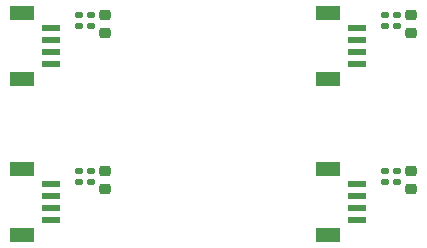
<source format=gbp>
%TF.GenerationSoftware,KiCad,Pcbnew,8.0.4*%
%TF.CreationDate,2024-08-22T15:16:28-06:00*%
%TF.ProjectId,SparkFun_BMV080_panelized,53706172-6b46-4756-9e5f-424d56303830,v01*%
%TF.SameCoordinates,Original*%
%TF.FileFunction,Paste,Bot*%
%TF.FilePolarity,Positive*%
%FSLAX46Y46*%
G04 Gerber Fmt 4.6, Leading zero omitted, Abs format (unit mm)*
G04 Created by KiCad (PCBNEW 8.0.4) date 2024-08-22 15:16:28*
%MOMM*%
%LPD*%
G01*
G04 APERTURE LIST*
G04 Aperture macros list*
%AMRoundRect*
0 Rectangle with rounded corners*
0 $1 Rounding radius*
0 $2 $3 $4 $5 $6 $7 $8 $9 X,Y pos of 4 corners*
0 Add a 4 corners polygon primitive as box body*
4,1,4,$2,$3,$4,$5,$6,$7,$8,$9,$2,$3,0*
0 Add four circle primitives for the rounded corners*
1,1,$1+$1,$2,$3*
1,1,$1+$1,$4,$5*
1,1,$1+$1,$6,$7*
1,1,$1+$1,$8,$9*
0 Add four rect primitives between the rounded corners*
20,1,$1+$1,$2,$3,$4,$5,0*
20,1,$1+$1,$4,$5,$6,$7,0*
20,1,$1+$1,$6,$7,$8,$9,0*
20,1,$1+$1,$8,$9,$2,$3,0*%
G04 Aperture macros list end*
%ADD10RoundRect,0.140000X0.170000X-0.140000X0.170000X0.140000X-0.170000X0.140000X-0.170000X-0.140000X0*%
%ADD11RoundRect,0.225000X0.250000X-0.225000X0.250000X0.225000X-0.250000X0.225000X-0.250000X-0.225000X0*%
%ADD12R,1.550000X0.600000*%
%ADD13R,2.000000X1.200000*%
G04 APERTURE END LIST*
D10*
%TO.C,C4*%
X32060000Y11050000D03*
X32060000Y12010000D03*
%TD*%
%TO.C,C4*%
X32060000Y-2150000D03*
X32060000Y-1190000D03*
%TD*%
%TO.C,C4*%
X6160000Y11050000D03*
X6160000Y12010000D03*
%TD*%
D11*
%TO.C,C5*%
X34280000Y10465000D03*
X34280000Y12015000D03*
%TD*%
%TO.C,C5*%
X34280000Y-2735000D03*
X34280000Y-1185000D03*
%TD*%
%TO.C,C5*%
X8380000Y10465000D03*
X8380000Y12015000D03*
%TD*%
D12*
%TO.C,J2*%
X29634500Y10890000D03*
X29634500Y9890000D03*
X29634500Y8890000D03*
X29634500Y7890000D03*
D13*
X27209500Y12190000D03*
X27209500Y6590000D03*
%TD*%
D12*
%TO.C,J2*%
X29634500Y-2310000D03*
X29634500Y-3310000D03*
X29634500Y-4310000D03*
X29634500Y-5310000D03*
D13*
X27209500Y-1010000D03*
X27209500Y-6610000D03*
%TD*%
D12*
%TO.C,J2*%
X3734500Y10890000D03*
X3734500Y9890000D03*
X3734500Y8890000D03*
X3734500Y7890000D03*
D13*
X1309500Y12190000D03*
X1309500Y6590000D03*
%TD*%
D10*
%TO.C,C3*%
X33040000Y11050000D03*
X33040000Y12010000D03*
%TD*%
%TO.C,C3*%
X33040000Y-2150000D03*
X33040000Y-1190000D03*
%TD*%
%TO.C,C3*%
X7140000Y11050000D03*
X7140000Y12010000D03*
%TD*%
%TO.C,C3*%
X7140000Y-2150000D03*
X7140000Y-1190000D03*
%TD*%
D12*
%TO.C,J2*%
X3734500Y-2310000D03*
X3734500Y-3310000D03*
X3734500Y-4310000D03*
X3734500Y-5310000D03*
D13*
X1309500Y-1010000D03*
X1309500Y-6610000D03*
%TD*%
D11*
%TO.C,C5*%
X8380000Y-2735000D03*
X8380000Y-1185000D03*
%TD*%
D10*
%TO.C,C4*%
X6160000Y-2150000D03*
X6160000Y-1190000D03*
%TD*%
M02*

</source>
